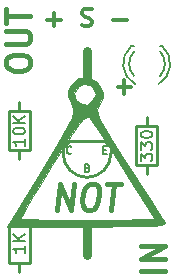
<source format=gbr>
G04 #@! TF.FileFunction,Legend,Top*
%FSLAX46Y46*%
G04 Gerber Fmt 4.6, Leading zero omitted, Abs format (unit mm)*
G04 Created by KiCad (PCBNEW (2015-08-15 BZR 6092)-product) date 1/14/2016 9:18:36 PM*
%MOMM*%
G01*
G04 APERTURE LIST*
%ADD10C,0.100000*%
%ADD11C,0.300000*%
%ADD12C,0.381000*%
%ADD13C,0.457200*%
%ADD14C,0.762000*%
%ADD15C,0.010000*%
%ADD16C,0.150000*%
%ADD17C,0.254000*%
G04 APERTURE END LIST*
D10*
D11*
X136342858Y-85197143D02*
X137485715Y-85197143D01*
X136914286Y-85768571D02*
X136914286Y-84625714D01*
X139271429Y-85697143D02*
X139485715Y-85768571D01*
X139842858Y-85768571D01*
X139985715Y-85697143D01*
X140057144Y-85625714D01*
X140128572Y-85482857D01*
X140128572Y-85340000D01*
X140057144Y-85197143D01*
X139985715Y-85125714D01*
X139842858Y-85054286D01*
X139557144Y-84982857D01*
X139414286Y-84911429D01*
X139342858Y-84840000D01*
X139271429Y-84697143D01*
X139271429Y-84554286D01*
X139342858Y-84411429D01*
X139414286Y-84340000D01*
X139557144Y-84268571D01*
X139914286Y-84268571D01*
X140128572Y-84340000D01*
X141914286Y-85197143D02*
X143057143Y-85197143D01*
D12*
X146334238Y-106474380D02*
X144302238Y-106474380D01*
X146334238Y-105506761D02*
X144302238Y-105506761D01*
X146334238Y-104345619D01*
X144302238Y-104345619D01*
D13*
X137167107Y-101329671D02*
X137443332Y-99119871D01*
X138328249Y-101329671D01*
X138604474Y-99119871D01*
X139959141Y-99119871D02*
X140346189Y-99119871D01*
X140526559Y-99225100D01*
X140693775Y-99435557D01*
X140737923Y-99856471D01*
X140645848Y-100593071D01*
X140496471Y-101013986D01*
X140276641Y-101224443D01*
X140069964Y-101329671D01*
X139682916Y-101329671D01*
X139502545Y-101224443D01*
X139335329Y-101013986D01*
X139291182Y-100593071D01*
X139383257Y-99856471D01*
X139532633Y-99435557D01*
X139752463Y-99225100D01*
X139959141Y-99119871D01*
X141410570Y-99119871D02*
X142571713Y-99119871D01*
X141714916Y-101329671D02*
X141991141Y-99119871D01*
D11*
X142303572Y-90912143D02*
X143446429Y-90912143D01*
X142875000Y-91483571D02*
X142875000Y-90340714D01*
D12*
X132872238Y-89027000D02*
X132872238Y-88639952D01*
X132969000Y-88446428D01*
X133162524Y-88252905D01*
X133549571Y-88156143D01*
X134226905Y-88156143D01*
X134613952Y-88252905D01*
X134807476Y-88446428D01*
X134904238Y-88639952D01*
X134904238Y-89027000D01*
X134807476Y-89220524D01*
X134613952Y-89414047D01*
X134226905Y-89510809D01*
X133549571Y-89510809D01*
X133162524Y-89414047D01*
X132969000Y-89220524D01*
X132872238Y-89027000D01*
X132872238Y-87285285D02*
X134517190Y-87285285D01*
X134710714Y-87188524D01*
X134807476Y-87091762D01*
X134904238Y-86898238D01*
X134904238Y-86511190D01*
X134807476Y-86317666D01*
X134710714Y-86220905D01*
X134517190Y-86124143D01*
X132872238Y-86124143D01*
X132872238Y-85446809D02*
X132872238Y-84285666D01*
X134904238Y-84866238D02*
X132872238Y-84866238D01*
D14*
X139700000Y-102616000D02*
X139700000Y-105156000D01*
X139700000Y-90170000D02*
X139700000Y-87884000D01*
D15*
G36*
X135869948Y-97910776D02*
X136865162Y-96272716D01*
X137598585Y-95044067D01*
X138102277Y-94152313D01*
X138408293Y-93524939D01*
X138548693Y-93089432D01*
X138555532Y-92773275D01*
X138460868Y-92503954D01*
X138349687Y-92301522D01*
X138063245Y-91702657D01*
X138102144Y-91251617D01*
X138380990Y-90769635D01*
X139043390Y-90154782D01*
X139796870Y-90058131D01*
X140508760Y-90479681D01*
X140736788Y-90769635D01*
X141048042Y-91342007D01*
X141022337Y-91802345D01*
X140775010Y-92289466D01*
X140627190Y-92573192D01*
X140563430Y-92852059D01*
X140617992Y-93200281D01*
X140825139Y-93692072D01*
X141219136Y-94401645D01*
X141834246Y-95403213D01*
X142704731Y-96770988D01*
X143201865Y-97545942D01*
X144118586Y-98974984D01*
X144937745Y-100253603D01*
X145607475Y-101300706D01*
X146075907Y-102035198D01*
X146291173Y-102375985D01*
X146291249Y-102376111D01*
X146250422Y-102490642D01*
X145935717Y-102579006D01*
X145294293Y-102644038D01*
X144273306Y-102688577D01*
X142819913Y-102715461D01*
X140881269Y-102727526D01*
X139721401Y-102728888D01*
X139700000Y-102728888D01*
X139700000Y-102164444D01*
X141415544Y-102158313D01*
X142921171Y-102141209D01*
X144132395Y-102115063D01*
X144964730Y-102081806D01*
X145333688Y-102043371D01*
X145344444Y-102035389D01*
X145199996Y-101766860D01*
X144799836Y-101104086D01*
X144193743Y-100127455D01*
X143431497Y-98917350D01*
X142766642Y-97872611D01*
X141890405Y-96511142D01*
X141099342Y-95300026D01*
X140451570Y-94326844D01*
X140005207Y-93679177D01*
X139840076Y-93462402D01*
X139678368Y-93412196D01*
X139678368Y-92399290D01*
X140116333Y-92112238D01*
X140459164Y-91538779D01*
X140247175Y-91026020D01*
X139918525Y-90770973D01*
X139359969Y-90659680D01*
X139018101Y-90855922D01*
X138608875Y-91436681D01*
X138743995Y-91983962D01*
X139115956Y-92276177D01*
X139678368Y-92399290D01*
X139678368Y-93412196D01*
X139663991Y-93407732D01*
X139397914Y-93589376D01*
X139002707Y-94059034D01*
X138439231Y-94868408D01*
X137668347Y-96069198D01*
X136773434Y-97513350D01*
X135912674Y-98921313D01*
X135164160Y-100156720D01*
X134574248Y-101142150D01*
X134189292Y-101800182D01*
X134055555Y-102052615D01*
X134323694Y-102086604D01*
X135071784Y-102116434D01*
X136215340Y-102140431D01*
X137669875Y-102156921D01*
X139350902Y-102164231D01*
X139700000Y-102164444D01*
X139700000Y-102728888D01*
X132936157Y-102728888D01*
X135869948Y-97910776D01*
X135869948Y-97910776D01*
G37*
X135869948Y-97910776D02*
X136865162Y-96272716D01*
X137598585Y-95044067D01*
X138102277Y-94152313D01*
X138408293Y-93524939D01*
X138548693Y-93089432D01*
X138555532Y-92773275D01*
X138460868Y-92503954D01*
X138349687Y-92301522D01*
X138063245Y-91702657D01*
X138102144Y-91251617D01*
X138380990Y-90769635D01*
X139043390Y-90154782D01*
X139796870Y-90058131D01*
X140508760Y-90479681D01*
X140736788Y-90769635D01*
X141048042Y-91342007D01*
X141022337Y-91802345D01*
X140775010Y-92289466D01*
X140627190Y-92573192D01*
X140563430Y-92852059D01*
X140617992Y-93200281D01*
X140825139Y-93692072D01*
X141219136Y-94401645D01*
X141834246Y-95403213D01*
X142704731Y-96770988D01*
X143201865Y-97545942D01*
X144118586Y-98974984D01*
X144937745Y-100253603D01*
X145607475Y-101300706D01*
X146075907Y-102035198D01*
X146291173Y-102375985D01*
X146291249Y-102376111D01*
X146250422Y-102490642D01*
X145935717Y-102579006D01*
X145294293Y-102644038D01*
X144273306Y-102688577D01*
X142819913Y-102715461D01*
X140881269Y-102727526D01*
X139721401Y-102728888D01*
X139700000Y-102728888D01*
X139700000Y-102164444D01*
X141415544Y-102158313D01*
X142921171Y-102141209D01*
X144132395Y-102115063D01*
X144964730Y-102081806D01*
X145333688Y-102043371D01*
X145344444Y-102035389D01*
X145199996Y-101766860D01*
X144799836Y-101104086D01*
X144193743Y-100127455D01*
X143431497Y-98917350D01*
X142766642Y-97872611D01*
X141890405Y-96511142D01*
X141099342Y-95300026D01*
X140451570Y-94326844D01*
X140005207Y-93679177D01*
X139840076Y-93462402D01*
X139678368Y-93412196D01*
X139678368Y-92399290D01*
X140116333Y-92112238D01*
X140459164Y-91538779D01*
X140247175Y-91026020D01*
X139918525Y-90770973D01*
X139359969Y-90659680D01*
X139018101Y-90855922D01*
X138608875Y-91436681D01*
X138743995Y-91983962D01*
X139115956Y-92276177D01*
X139678368Y-92399290D01*
X139678368Y-93412196D01*
X139663991Y-93407732D01*
X139397914Y-93589376D01*
X139002707Y-94059034D01*
X138439231Y-94868408D01*
X137668347Y-96069198D01*
X136773434Y-97513350D01*
X135912674Y-98921313D01*
X135164160Y-100156720D01*
X134574248Y-101142150D01*
X134189292Y-101800182D01*
X134055555Y-102052615D01*
X134323694Y-102086604D01*
X135071784Y-102116434D01*
X136215340Y-102140431D01*
X137669875Y-102156921D01*
X139350902Y-102164231D01*
X139700000Y-102164444D01*
X139700000Y-102728888D01*
X132936157Y-102728888D01*
X135869948Y-97910776D01*
D16*
X143466000Y-87431000D02*
X143666000Y-87431000D01*
X146060000Y-87431000D02*
X145880000Y-87431000D01*
X145749643Y-90658744D02*
G75*
G03X146066000Y-87431000I-1003643J1727744D01*
G01*
X145879068Y-89983006D02*
G75*
G03X145880000Y-87880000I-1133068J1052006D01*
G01*
X143439274Y-87443780D02*
G75*
G03X143786000Y-90681000I1306726J-1497220D01*
G01*
X143666747Y-87917111D02*
G75*
G03X143686000Y-89965000I1079253J-1013889D01*
G01*
D17*
X133985000Y-92964000D02*
X133985000Y-92202000D01*
X133985000Y-96266000D02*
X133985000Y-97028000D01*
X133096000Y-96266000D02*
X133350000Y-96266000D01*
X133096000Y-96266000D02*
X133096000Y-92964000D01*
X133096000Y-92964000D02*
X134874000Y-92964000D01*
X134874000Y-92964000D02*
X134874000Y-96266000D01*
X134874000Y-96266000D02*
X133350000Y-96266000D01*
X133985000Y-105791000D02*
X133985000Y-106553000D01*
X133985000Y-102489000D02*
X133985000Y-101727000D01*
X134874000Y-102489000D02*
X134620000Y-102489000D01*
X134874000Y-102489000D02*
X134874000Y-105791000D01*
X134874000Y-105791000D02*
X133096000Y-105791000D01*
X133096000Y-105791000D02*
X133096000Y-102489000D01*
X133096000Y-102489000D02*
X134620000Y-102489000D01*
X144780000Y-97536000D02*
X144780000Y-98298000D01*
X144780000Y-94234000D02*
X144780000Y-93472000D01*
X145669000Y-94234000D02*
X145415000Y-94234000D01*
X145669000Y-94234000D02*
X145669000Y-97536000D01*
X145669000Y-97536000D02*
X143891000Y-97536000D01*
X143891000Y-97536000D02*
X143891000Y-94234000D01*
X143891000Y-94234000D02*
X145415000Y-94234000D01*
X141732000Y-96012000D02*
X141732000Y-96520000D01*
X137668000Y-96012000D02*
X137668000Y-96520000D01*
X137668000Y-96520000D02*
G75*
G03X139700000Y-98552000I2032000J0D01*
G01*
X139700000Y-98552000D02*
G75*
G03X141732000Y-96520000I0J2032000D01*
G01*
X141224000Y-95504000D02*
X141732000Y-96012000D01*
X141224000Y-95504000D02*
X138176000Y-95504000D01*
X138176000Y-95504000D02*
X137668000Y-96012000D01*
D16*
X134437381Y-95305476D02*
X134437381Y-95876905D01*
X134437381Y-95591191D02*
X133437381Y-95591191D01*
X133580238Y-95686429D01*
X133675476Y-95781667D01*
X133723095Y-95876905D01*
X133437381Y-94686429D02*
X133437381Y-94591190D01*
X133485000Y-94495952D01*
X133532619Y-94448333D01*
X133627857Y-94400714D01*
X133818333Y-94353095D01*
X134056429Y-94353095D01*
X134246905Y-94400714D01*
X134342143Y-94448333D01*
X134389762Y-94495952D01*
X134437381Y-94591190D01*
X134437381Y-94686429D01*
X134389762Y-94781667D01*
X134342143Y-94829286D01*
X134246905Y-94876905D01*
X134056429Y-94924524D01*
X133818333Y-94924524D01*
X133627857Y-94876905D01*
X133532619Y-94829286D01*
X133485000Y-94781667D01*
X133437381Y-94686429D01*
X134437381Y-93924524D02*
X133437381Y-93924524D01*
X134437381Y-93353095D02*
X133865952Y-93781667D01*
X133437381Y-93353095D02*
X134008810Y-93924524D01*
X134437381Y-104354285D02*
X134437381Y-104925714D01*
X134437381Y-104640000D02*
X133437381Y-104640000D01*
X133580238Y-104735238D01*
X133675476Y-104830476D01*
X133723095Y-104925714D01*
X134437381Y-103925714D02*
X133437381Y-103925714D01*
X134437381Y-103354285D02*
X133865952Y-103782857D01*
X133437381Y-103354285D02*
X134008810Y-103925714D01*
X144232381Y-97170714D02*
X144232381Y-96551666D01*
X144613333Y-96885000D01*
X144613333Y-96742142D01*
X144660952Y-96646904D01*
X144708571Y-96599285D01*
X144803810Y-96551666D01*
X145041905Y-96551666D01*
X145137143Y-96599285D01*
X145184762Y-96646904D01*
X145232381Y-96742142D01*
X145232381Y-97027857D01*
X145184762Y-97123095D01*
X145137143Y-97170714D01*
X144232381Y-96218333D02*
X144232381Y-95599285D01*
X144613333Y-95932619D01*
X144613333Y-95789761D01*
X144660952Y-95694523D01*
X144708571Y-95646904D01*
X144803810Y-95599285D01*
X145041905Y-95599285D01*
X145137143Y-95646904D01*
X145184762Y-95694523D01*
X145232381Y-95789761D01*
X145232381Y-96075476D01*
X145184762Y-96170714D01*
X145137143Y-96218333D01*
X144232381Y-94980238D02*
X144232381Y-94884999D01*
X144280000Y-94789761D01*
X144327619Y-94742142D01*
X144422857Y-94694523D01*
X144613333Y-94646904D01*
X144851429Y-94646904D01*
X145041905Y-94694523D01*
X145137143Y-94742142D01*
X145184762Y-94789761D01*
X145232381Y-94884999D01*
X145232381Y-94980238D01*
X145184762Y-95075476D01*
X145137143Y-95123095D01*
X145041905Y-95170714D01*
X144851429Y-95218333D01*
X144613333Y-95218333D01*
X144422857Y-95170714D01*
X144327619Y-95123095D01*
X144280000Y-95075476D01*
X144232381Y-94980238D01*
X139745357Y-97744643D02*
X139836071Y-97774881D01*
X139866310Y-97805119D01*
X139896548Y-97865595D01*
X139896548Y-97956310D01*
X139866310Y-98016786D01*
X139836071Y-98047024D01*
X139775595Y-98077262D01*
X139533690Y-98077262D01*
X139533690Y-97442262D01*
X139745357Y-97442262D01*
X139805833Y-97472500D01*
X139836071Y-97502738D01*
X139866310Y-97563214D01*
X139866310Y-97623690D01*
X139836071Y-97684167D01*
X139805833Y-97714405D01*
X139745357Y-97744643D01*
X139533690Y-97744643D01*
X138372548Y-96492786D02*
X138342310Y-96523024D01*
X138251595Y-96553262D01*
X138191119Y-96553262D01*
X138100405Y-96523024D01*
X138039929Y-96462548D01*
X138009690Y-96402071D01*
X137979452Y-96281119D01*
X137979452Y-96190405D01*
X138009690Y-96069452D01*
X138039929Y-96008976D01*
X138100405Y-95948500D01*
X138191119Y-95918262D01*
X138251595Y-95918262D01*
X138342310Y-95948500D01*
X138372548Y-95978738D01*
X141087928Y-96220643D02*
X141299595Y-96220643D01*
X141390309Y-96553262D02*
X141087928Y-96553262D01*
X141087928Y-95918262D01*
X141390309Y-95918262D01*
M02*

</source>
